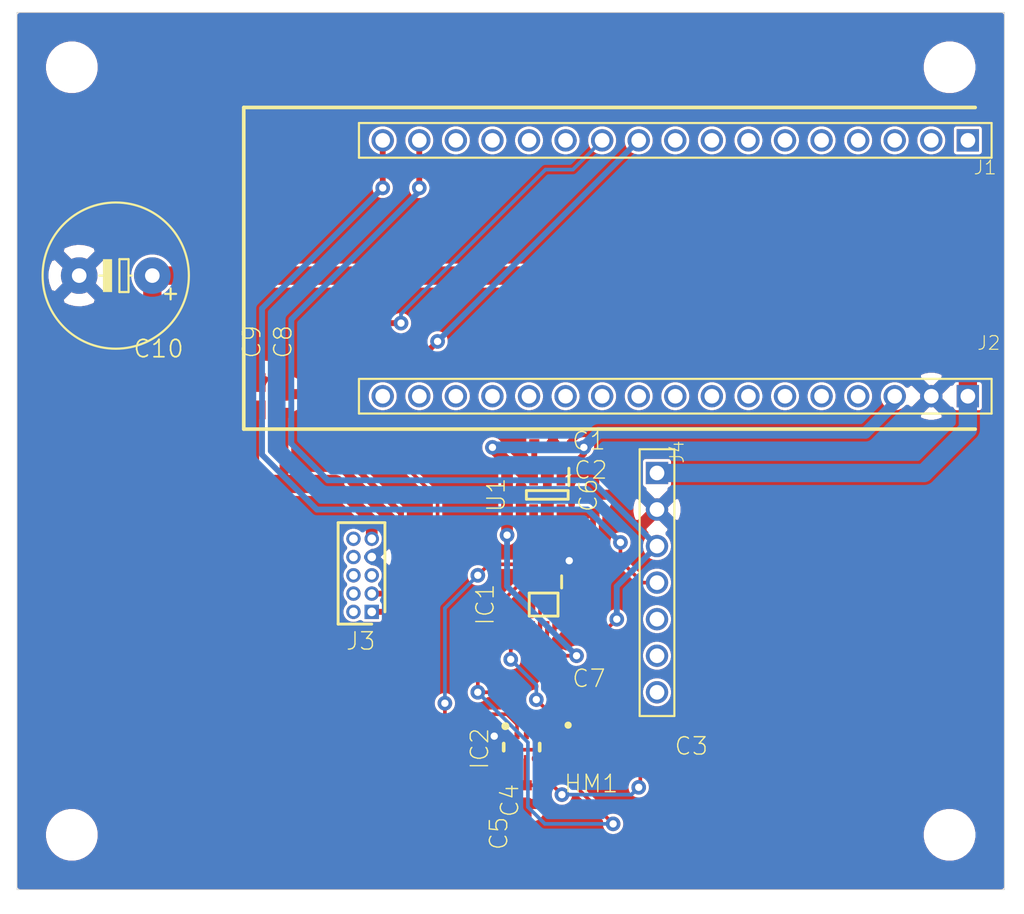
<source format=kicad_pcb>
(kicad_pcb (version 20171130) (host pcbnew 5.1.5)
  (layers (0 Top signal) (31 Bottom signal) (34 B.Paste user) (35 F.Paste user) (36 B.SilkS user) (37 F.SilkS user) (38 B.Mask user) (39 F.Mask user) (44 Edge.Cuts user))
  (net 0 "")
  (net 1 "Net-(J3-Pad10)")
  (net 2 /5V)
  (net 3 "Net-(J3-Pad8)")
  (net 4 /GND)
  (net 5 "Net-(J3-Pad6)")
  (net 6 "Net-(J3-Pad5)")
  (net 7 "Net-(J3-Pad4)")
  (net 8 /U1TXD)
  (net 9 "Net-(J3-Pad2)")
  (net 10 /U1RXD)
  (net 11 /1V8SCL)
  (net 12 /1V8)
  (net 13 /1V8SDA)
  (net 14 /3V3SCL)
  (net 15 /3V3)
  (net 16 /3V3SDA)
  (net 17 "Net-(U1-Pad4)")
  (net 18 /SCD30SEL)
  (net 19 /SCD30PWM)
  (net 20 /SCD30RDY)
  (net 21 "Net-(J2-Pad17)")
  (net 22 "Net-(J2-Pad16)")
  (net 23 "Net-(J2-Pad4)")
  (net 24 "Net-(J2-Pad5)")
  (net 25 "Net-(J2-Pad6)")
  (net 26 "Net-(J2-Pad7)")
  (net 27 "Net-(J2-Pad8)")
  (net 28 "Net-(J2-Pad9)")
  (net 29 "Net-(J2-Pad10)")
  (net 30 "Net-(J2-Pad11)")
  (net 31 "Net-(J2-Pad12)")
  (net 32 "Net-(J2-Pad13)")
  (net 33 "Net-(J2-Pad14)")
  (net 34 "Net-(J2-Pad15)")
  (net 35 "Net-(J1-Pad1)")
  (net 36 "Net-(J1-Pad2)")
  (net 37 "Net-(J1-Pad3)")
  (net 38 "Net-(J1-Pad4)")
  (net 39 "Net-(J1-Pad5)")
  (net 40 "Net-(J1-Pad6)")
  (net 41 "Net-(J1-Pad7)")
  (net 42 "Net-(J1-Pad8)")
  (net 43 "Net-(J1-Pad9)")
  (net 44 "Net-(J1-Pad12)")
  (net 45 "Net-(J1-Pad13)")
  (net 46 "Net-(J1-Pad14)")
  (net 47 "Net-(J1-Pad15)")
  (module "" (layer Top) (at 118.0211 131.6736)
    (fp_text reference @HOLE0 hide)
    (fp_text value "" (at 0 0) (layer F.SilkS) (effects (font (size 1.27 1.27))))
    (pad "" np_thru_hole circle (at 0 0) (size 3.2 3.2) (drill 3.2) (layers *.Cu *.Mask))
  )
  (module "" (layer Top) (at 178.9811 131.6736)
    (fp_text reference @HOLE1 hide)
    (fp_text value "" (at 0 0) (layer F.SilkS) (effects (font (size 1.27 1.27))))
    (pad "" np_thru_hole circle (at 0 0) (size 3.2 3.2) (drill 3.2) (layers *.Cu *.Mask))
  )
  (module "" (layer Top) (at 178.9811 78.3336)
    (fp_text reference @HOLE2 hide)
    (fp_text value "" (at 0 0) (layer F.SilkS) (effects (font (size 1.27 1.27))))
    (pad "" np_thru_hole circle (at 0 0) (size 3.2 3.2) (drill 3.2) (layers *.Cu *.Mask))
  )
  (module "" (layer Top) (at 118.0211 78.3336)
    (fp_text reference @HOLE3 hide)
    (fp_text value "" (at 0 0) (layer F.SilkS) (effects (font (size 1.27 1.27))))
    (pad "" np_thru_hole circle (at 0 0) (size 3.2 3.2) (drill 3.2) (layers *.Cu *.Mask))
  )
  (module board:SON80P245X245X90-7N (layer Top) (at 154.0891 125.5776)
    (fp_text reference HM1 (at 0 2.54) (layer F.SilkS) (effects (font (size 1.2065 1.2065) (thickness 0.09652))))
    (fp_text value SGP30-2.5K hide)
    (fp_circle (center -1.6 -1.525) (end -1.475 -1.525) (layer F.SilkS) (width 0.25))
    (pad 7 smd rect (at 0 0 90) (size 1.7 1.25) (layers Top F.Paste F.Mask) (net 4 /GND))
    (pad 6 smd rect (at 1.2 -0.8) (size 0.8 0.45) (layers Top F.Paste F.Mask) (net 11 /1V8SCL))
    (pad 5 smd rect (at 1.2 0) (size 0.8 0.45) (layers Top F.Paste F.Mask) (net 12 /1V8))
    (pad 4 smd rect (at 1.2 0.8) (size 0.8 0.45) (layers Top F.Paste F.Mask) (net 4 /GND))
    (pad 3 smd rect (at -1.2 0.8) (size 0.8 0.45) (layers Top F.Paste F.Mask) (net 13 /1V8SDA))
    (pad 2 smd rect (at -1.2 0) (size 0.8 0.45) (layers Top F.Paste F.Mask) (net 4 /GND))
    (pad 1 smd rect (at -1.2 -0.8) (size 0.8 0.45) (layers Top F.Paste F.Mask) (net 12 /1V8))
  )
  (module board:SOP50P310X90-8N (layer Top) (at 150.7871 115.6716 270)
    (fp_text reference IC1 (at 0 4.064 90) (layer F.SilkS) (effects (font (size 1.2065 1.2065) (thickness 0.09652))))
    (fp_text value TCA9406DCUR hide)
    (fp_line (start -2 -1.25) (end -1.15 -1.25) (layer F.SilkS) (width 0.2))
    (fp_line (start -0.8 1) (end -0.8 -1) (layer F.SilkS) (width 0.2))
    (fp_line (start 0.8 1) (end -0.8 1) (layer F.SilkS) (width 0.2))
    (fp_line (start 0.8 -1) (end 0.8 1) (layer F.SilkS) (width 0.2))
    (fp_line (start -0.8 -1) (end 0.8 -1) (layer F.SilkS) (width 0.2))
    (pad 8 smd rect (at 1.575 -0.75 270) (size 0.85 0.3) (layers Top F.Paste F.Mask) (net 14 /3V3SCL))
    (pad 7 smd rect (at 1.575 -0.25 270) (size 0.85 0.3) (layers Top F.Paste F.Mask) (net 15 /3V3))
    (pad 6 smd rect (at 1.575 0.25 270) (size 0.85 0.3) (layers Top F.Paste F.Mask) (net 12 /1V8))
    (pad 5 smd rect (at 1.575 0.75 270) (size 0.85 0.3) (layers Top F.Paste F.Mask) (net 11 /1V8SCL))
    (pad 4 smd rect (at -1.575 0.75 270) (size 0.85 0.3) (layers Top F.Paste F.Mask) (net 13 /1V8SDA))
    (pad 3 smd rect (at -1.575 0.25 270) (size 0.85 0.3) (layers Top F.Paste F.Mask) (net 12 /1V8))
    (pad 2 smd rect (at -1.575 -0.25 270) (size 0.85 0.3) (layers Top F.Paste F.Mask) (net 4 /GND))
    (pad 1 smd rect (at -1.575 -0.75 270) (size 0.85 0.3) (layers Top F.Paste F.Mask) (net 16 /3V3SDA))
  )
  (module board:8-PIN-METAL-LID-LGA_1 (layer Top) (at 149.2631 125.5776 90)
    (fp_text reference IC2 (at -0.112 -2.923 90) (layer F.SilkS) (effects (font (size 1.2065 1.2065) (thickness 0.09652))))
    (fp_text value BMP280 hide)
    (fp_circle (center 1.455 -1.134) (end 1.47695 -1.134) (layer F.SilkS) (width 0.254))
    (fp_line (start -0.25 1.25) (end 0.25 1.25) (layer F.SilkS) (width 0.254))
    (fp_line (start -0.25 -1.25) (end 0.25 -1.25) (layer F.SilkS) (width 0.254))
    (pad 8 smd rect (at -0.8 -0.975 90) (size 0.5 0.35) (layers Top F.Paste F.Mask) (net 12 /1V8))
    (pad 7 smd rect (at -0.8 -0.325 90) (size 0.5 0.35) (layers Top F.Paste F.Mask) (net 4 /GND))
    (pad 6 smd rect (at -0.8 0.325 90) (size 0.5 0.35) (layers Top F.Paste F.Mask) (net 12 /1V8))
    (pad 5 smd rect (at -0.8 0.975 90) (size 0.5 0.35) (layers Top F.Paste F.Mask) (net 4 /GND))
    (pad 4 smd rect (at 0.8 0.975 90) (size 0.5 0.35) (layers Top F.Paste F.Mask) (net 11 /1V8SCL))
    (pad 3 smd rect (at 0.8 0.325 90) (size 0.5 0.35) (layers Top F.Paste F.Mask) (net 13 /1V8SDA))
    (pad 2 smd rect (at 0.8 -0.325 90) (size 0.5 0.35) (layers Top F.Paste F.Mask) (net 12 /1V8))
    (pad 1 smd rect (at 0.8 -0.975 90) (size 0.5 0.35) (layers Top F.Paste F.Mask) (net 4 /GND))
  )
  (module board:SHDR10W40P127X127_2X5_675X310X (layer Top) (at 138.8491 116.1796 90)
    (fp_text reference J3 (at -2.032 -0.762) (layer F.SilkS) (effects (font (size 1.2065 1.2065) (thickness 0.09652))))
    (fp_text value M50-3000545 hide)
    (fp_line (start -0.85 -2.335) (end -0.85 0) (layer F.SilkS) (width 0.2))
    (fp_line (start 6.2 -2.335) (end -0.85 -2.335) (layer F.SilkS) (width 0.2))
    (fp_line (start 6.2 0.915) (end 6.2 -2.335) (layer F.SilkS) (width 0.2))
    (fp_line (start 0 0.915) (end 6.2 0.915) (layer F.SilkS) (width 0.2))
    (pad 10 thru_hole circle (at 5.08 -1.27 90) (size 1 1) (drill 0.6) (layers *.Cu *.Mask) (net 1 "Net-(J3-Pad10)"))
    (pad 9 thru_hole circle (at 5.08 0 90) (size 1 1) (drill 0.6) (layers *.Cu *.Mask) (net 2 /5V))
    (pad 8 thru_hole circle (at 3.81 -1.27 90) (size 1 1) (drill 0.6) (layers *.Cu *.Mask) (net 3 "Net-(J3-Pad8)"))
    (pad 7 thru_hole circle (at 3.81 0 90) (size 1 1) (drill 0.6) (layers *.Cu *.Mask) (net 4 /GND))
    (pad 6 thru_hole circle (at 2.54 -1.27 90) (size 1 1) (drill 0.6) (layers *.Cu *.Mask) (net 5 "Net-(J3-Pad6)"))
    (pad 5 thru_hole circle (at 2.54 0 90) (size 1 1) (drill 0.6) (layers *.Cu *.Mask) (net 6 "Net-(J3-Pad5)"))
    (pad 4 thru_hole circle (at 1.27 -1.27 90) (size 1 1) (drill 0.6) (layers *.Cu *.Mask) (net 7 "Net-(J3-Pad4)"))
    (pad 3 thru_hole circle (at 1.27 0 90) (size 1 1) (drill 0.6) (layers *.Cu *.Mask) (net 8 /U1TXD))
    (pad 2 thru_hole circle (at 0 -1.27 90) (size 1 1) (drill 0.6) (layers *.Cu *.Mask) (net 9 "Net-(J3-Pad2)"))
    (pad 1 thru_hole rect (at 0 0 90) (size 1 1) (drill 0.6) (layers *.Cu *.Mask) (net 10 /U1RXD))
  )
  (module board:SOT95P280X145-5N (layer Top) (at 151.0411 108.0516 270)
    (fp_text reference U1 (at 0 3.556 90) (layer F.SilkS) (effects (font (size 1.2065 1.2065) (thickness 0.09652))))
    (fp_text value MIC5225-1.8YM5 hide)
    (fp_line (start -1.85 -1.5) (end -0.65 -1.5) (layer F.SilkS) (width 0.2))
    (fp_line (start -0.3 1.45) (end -0.3 -1.45) (layer F.SilkS) (width 0.2))
    (fp_line (start 0.3 1.45) (end -0.3 1.45) (layer F.SilkS) (width 0.2))
    (fp_line (start 0.3 -1.45) (end 0.3 1.45) (layer F.SilkS) (width 0.2))
    (fp_line (start -0.3 -1.45) (end 0.3 -1.45) (layer F.SilkS) (width 0.2))
    (pad 5 smd rect (at 1.25 -0.95 270) (size 1.2 0.6) (layers Top F.Paste F.Mask) (net 12 /1V8))
    (pad 4 smd rect (at 1.25 0.95 270) (size 1.2 0.6) (layers Top F.Paste F.Mask) (net 17 "Net-(U1-Pad4)"))
    (pad 3 smd rect (at -1.25 0.95 270) (size 1.2 0.6) (layers Top F.Paste F.Mask) (net 15 /3V3))
    (pad 2 smd rect (at -1.25 0 270) (size 1.2 0.6) (layers Top F.Paste F.Mask) (net 4 /GND))
    (pad 1 smd rect (at -1.25 -0.95 270) (size 1.2 0.6) (layers Top F.Paste F.Mask) (net 15 /3V3))
  )
  (module board:C0402 (layer Top) (at 150.7871 104.6226)
    (fp_text reference C1 (at 1.905 0.381) (layer F.SilkS) (effects (font (size 1.2065 1.2065) (thickness 0.09652)) (justify left bottom)))
    (fp_text value "1uF 25V" hide)
    (pad 2 smd rect (at 0.65 0) (size 0.7 0.9) (layers Top F.Paste F.Mask) (net 4 /GND))
    (pad 1 smd rect (at -0.65 0) (size 0.7 0.9) (layers Top F.Paste F.Mask) (net 15 /3V3))
  )
  (module board:C0402 (layer Top) (at 154.2161 108.6866 90)
    (fp_text reference C2 (at 1.651 -1.397) (layer F.SilkS) (effects (font (size 1.2065 1.2065) (thickness 0.09652)) (justify left bottom)))
    (fp_text value "2.2uF 25V" hide)
    (pad 2 smd rect (at 0.65 0 90) (size 0.7 0.9) (layers Top F.Paste F.Mask) (net 4 /GND))
    (pad 1 smd rect (at -0.65 0 90) (size 0.7 0.9) (layers Top F.Paste F.Mask) (net 12 /1V8))
  )
  (module board:C0402 (layer Top) (at 158.1531 125.5776)
    (fp_text reference C3 (at 1.651 0.635) (layer F.SilkS) (effects (font (size 1.2065 1.2065) (thickness 0.09652)) (justify left bottom)))
    (fp_text value "0.1uF 25V" hide)
    (pad 2 smd rect (at 0.65 0) (size 0.7 0.9) (layers Top F.Paste F.Mask) (net 4 /GND))
    (pad 1 smd rect (at -0.65 0) (size 0.7 0.9) (layers Top F.Paste F.Mask) (net 12 /1V8))
  )
  (module board:C0402 (layer Top) (at 149.5171 128.8796 270)
    (fp_text reference C4 (at 1.651 0.381 90) (layer F.SilkS) (effects (font (size 1.2065 1.2065) (thickness 0.09652)) (justify left bottom)))
    (fp_text value "0.1uF 25V" hide)
    (pad 2 smd rect (at 0.65 0 270) (size 0.7 0.9) (layers Top F.Paste F.Mask) (net 4 /GND))
    (pad 1 smd rect (at -0.65 0 270) (size 0.7 0.9) (layers Top F.Paste F.Mask) (net 12 /1V8))
  )
  (module board:C0402 (layer Top) (at 147.9931 128.8796 270)
    (fp_text reference C5 (at 3.937 -0.381 90) (layer F.SilkS) (effects (font (size 1.2065 1.2065) (thickness 0.09652)) (justify left bottom)))
    (fp_text value "0.1uF 25V" hide)
    (pad 2 smd rect (at 0.65 0 270) (size 0.7 0.9) (layers Top F.Paste F.Mask) (net 4 /GND))
    (pad 1 smd rect (at -0.65 0 270) (size 0.7 0.9) (layers Top F.Paste F.Mask) (net 12 /1V8))
  )
  (module board:C0402 (layer Top) (at 154.2161 111.9886 90)
    (fp_text reference C6 (at 2.667 0.381 90) (layer F.SilkS) (effects (font (size 1.2065 1.2065) (thickness 0.09652)) (justify left bottom)))
    (fp_text value "0.1uF 25V" hide)
    (pad 2 smd rect (at 0.65 0 90) (size 0.7 0.9) (layers Top F.Paste F.Mask) (net 12 /1V8))
    (pad 1 smd rect (at -0.65 0 90) (size 0.7 0.9) (layers Top F.Paste F.Mask) (net 4 /GND))
  )
  (module board:C0402 (layer Top) (at 151.6761 119.9896 270)
    (fp_text reference C7 (at 1.524 -1.016) (layer F.SilkS) (effects (font (size 1.2065 1.2065) (thickness 0.09652)) (justify left bottom)))
    (fp_text value "0.1uF 25V" hide)
    (pad 2 smd rect (at 0.65 0 270) (size 0.7 0.9) (layers Top F.Paste F.Mask) (net 4 /GND))
    (pad 1 smd rect (at -0.65 0 270) (size 0.7 0.9) (layers Top F.Paste F.Mask) (net 15 /3V3))
  )
  (module board:C0402 (layer Top) (at 132.7531 101.7016 90)
    (fp_text reference C8 (at 3.048 0.635 90) (layer F.SilkS) (effects (font (size 1.2065 1.2065) (thickness 0.09652)) (justify left bottom)))
    (fp_text value "0.1uF 25V" hide)
    (pad 2 smd rect (at 0.65 0 90) (size 0.7 0.9) (layers Top F.Paste F.Mask) (net 4 /GND))
    (pad 1 smd rect (at -0.65 0 90) (size 0.7 0.9) (layers Top F.Paste F.Mask) (net 2 /5V))
  )
  (module board:C0805 (layer Top) (at 130.7211 101.1936 90)
    (fp_text reference C9 (at 2.54 0.508 90) (layer F.SilkS) (effects (font (size 1.2065 1.2065) (thickness 0.09652)) (justify left bottom)))
    (fp_text value "22uF 25V" hide)
    (pad 2 smd rect (at 0.95 0 90) (size 1.3 1.5) (layers Top F.Paste F.Mask) (net 4 /GND))
    (pad 1 smd rect (at -0.95 0 90) (size 1.3 1.5) (layers Top F.Paste F.Mask) (net 2 /5V))
  )
  (module board:E5-10,5 (layer Top) (at 121.0691 92.8116 180)
    (fp_text reference C10 (at -1.143 -5.7912) (layer F.SilkS) (effects (font (size 1.2065 1.2065) (thickness 0.12065)) (justify left bottom)))
    (fp_text value "220uF 35V" hide)
    (fp_poly (pts (xy 0.254 1.143) (xy 0.889 1.143) (xy 0.889 -1.143) (xy 0.254 -1.143)) (layer F.SilkS) (width 0))
    (fp_circle (center 0 0) (end 5.08 0) (layer F.SilkS) (width 0.1524))
    (fp_line (start -3.429 -1.27) (end -4.191 -1.27) (layer F.SilkS) (width 0.1524))
    (fp_line (start -3.81 -1.651) (end -3.81 -0.889) (layer F.SilkS) (width 0.1524))
    (fp_line (start 0.635 0) (end 1.143 0) (layer F.SilkS) (width 0.1524))
    (fp_line (start -0.889 -1.143) (end -0.889 0) (layer F.SilkS) (width 0.1524))
    (fp_line (start -0.254 -1.143) (end -0.889 -1.143) (layer F.SilkS) (width 0.1524))
    (fp_line (start -0.254 1.143) (end -0.254 -1.143) (layer F.SilkS) (width 0.1524))
    (fp_line (start -0.889 1.143) (end -0.254 1.143) (layer F.SilkS) (width 0.1524))
    (fp_line (start -0.889 0) (end -0.889 1.143) (layer F.SilkS) (width 0.1524))
    (fp_line (start -1.143 0) (end -0.889 0) (layer F.SilkS) (width 0.1524))
    (pad - thru_hole circle (at 2.54 0 180) (size 2.54 2.54) (drill 1.016) (layers *.Cu *.Mask) (net 4 /GND))
    (pad + thru_hole circle (at -2.54 0 180) (size 2.54 2.54) (drill 1.016) (layers *.Cu *.Mask) (net 2 /5V))
  )
  (module board:SAMTEC_SSQ-107-01-T-S_0 (layer Top) (at 158.6611 106.5276 270)
    (fp_text reference J4 (at -0.589 -1.938 90) (layer F.SilkS) (effects (font (size 0.95 0.95) (thickness 0.076)) (justify left bottom)))
    (fp_text value SAMTEC_SSQ-107-01-T-SSAMTEC_SSQ-107-01-T-S_0_0 hide)
    (fp_line (start -1.65 1.205) (end -1.65 -1.205) (layer F.SilkS) (width 0.15))
    (fp_line (start -1.65 1.205) (end 16.89 1.205) (layer F.SilkS) (width 0.15))
    (fp_line (start -1.65 -1.205) (end 16.89 -1.205) (layer F.SilkS) (width 0.15))
    (fp_line (start 16.89 1.205) (end 16.89 -1.205) (layer F.SilkS) (width 0.15))
    (pad 7 thru_hole circle (at 15.24 0 270) (size 1.55 1.55) (drill 1.02) (layers *.Cu *.Mask) (net 18 /SCD30SEL))
    (pad 6 thru_hole circle (at 12.7 0 270) (size 1.55 1.55) (drill 1.02) (layers *.Cu *.Mask) (net 19 /SCD30PWM))
    (pad 5 thru_hole circle (at 10.16 0 270) (size 1.55 1.55) (drill 1.02) (layers *.Cu *.Mask) (net 20 /SCD30RDY))
    (pad 4 thru_hole circle (at 7.62 0 270) (size 1.55 1.55) (drill 1.02) (layers *.Cu *.Mask) (net 16 /3V3SDA))
    (pad 3 thru_hole circle (at 5.08 0 270) (size 1.55 1.55) (drill 1.02) (layers *.Cu *.Mask) (net 14 /3V3SCL))
    (pad 2 thru_hole circle (at 2.54 0 270) (size 1.55 1.55) (drill 1.02) (layers *.Cu *.Mask) (net 4 /GND))
    (pad 1 thru_hole rect (at 0 0 270) (size 1.55 1.55) (drill 1.02) (layers *.Cu *.Mask) (net 2 /5V))
  )
  (module board:SAMTEC_SSQ-117-01-T-S_0 (layer Top) (at 180.2511 101.1936 180)
    (fp_text reference J2 (at -0.589 3.142) (layer F.SilkS) (effects (font (size 0.95 0.95) (thickness 0.076)) (justify left bottom)))
    (fp_text value SAMTEC_SSQ-117-01-T-SSAMTEC_SSQ-117-01-T-S_0_0 hide)
    (fp_line (start -1.65 1.205) (end -1.65 -1.205) (layer F.SilkS) (width 0.15))
    (fp_line (start 42.29 1.205) (end 42.29 -1.205) (layer F.SilkS) (width 0.15))
    (fp_line (start -1.65 1.205) (end 42.29 1.205) (layer F.SilkS) (width 0.15))
    (fp_line (start -1.65 -1.205) (end 42.29 -1.205) (layer F.SilkS) (width 0.15))
    (pad 17 thru_hole circle (at 40.64 0 180) (size 1.55 1.55) (drill 1.02) (layers *.Cu *.Mask) (net 21 "Net-(J2-Pad17)"))
    (pad 16 thru_hole circle (at 38.1 0 180) (size 1.55 1.55) (drill 1.02) (layers *.Cu *.Mask) (net 22 "Net-(J2-Pad16)"))
    (pad 1 thru_hole rect (at 0 0 180) (size 1.55 1.55) (drill 1.02) (layers *.Cu *.Mask) (net 2 /5V))
    (pad 2 thru_hole circle (at 2.54 0 180) (size 1.55 1.55) (drill 1.02) (layers *.Cu *.Mask) (net 4 /GND))
    (pad 3 thru_hole circle (at 5.08 0 180) (size 1.55 1.55) (drill 1.02) (layers *.Cu *.Mask) (net 15 /3V3))
    (pad 4 thru_hole circle (at 7.62 0 180) (size 1.55 1.55) (drill 1.02) (layers *.Cu *.Mask) (net 23 "Net-(J2-Pad4)"))
    (pad 5 thru_hole circle (at 10.16 0 180) (size 1.55 1.55) (drill 1.02) (layers *.Cu *.Mask) (net 24 "Net-(J2-Pad5)"))
    (pad 6 thru_hole circle (at 12.7 0 180) (size 1.55 1.55) (drill 1.02) (layers *.Cu *.Mask) (net 25 "Net-(J2-Pad6)"))
    (pad 7 thru_hole circle (at 15.24 0 180) (size 1.55 1.55) (drill 1.02) (layers *.Cu *.Mask) (net 26 "Net-(J2-Pad7)"))
    (pad 8 thru_hole circle (at 17.78 0 180) (size 1.55 1.55) (drill 1.02) (layers *.Cu *.Mask) (net 27 "Net-(J2-Pad8)"))
    (pad 9 thru_hole circle (at 20.32 0 180) (size 1.55 1.55) (drill 1.02) (layers *.Cu *.Mask) (net 28 "Net-(J2-Pad9)"))
    (pad 10 thru_hole circle (at 22.86 0 180) (size 1.55 1.55) (drill 1.02) (layers *.Cu *.Mask) (net 29 "Net-(J2-Pad10)"))
    (pad 11 thru_hole circle (at 25.4 0 180) (size 1.55 1.55) (drill 1.02) (layers *.Cu *.Mask) (net 30 "Net-(J2-Pad11)"))
    (pad 12 thru_hole circle (at 27.94 0 180) (size 1.55 1.55) (drill 1.02) (layers *.Cu *.Mask) (net 31 "Net-(J2-Pad12)"))
    (pad 13 thru_hole circle (at 30.48 0 180) (size 1.55 1.55) (drill 1.02) (layers *.Cu *.Mask) (net 32 "Net-(J2-Pad13)"))
    (pad 14 thru_hole circle (at 33.02 0 180) (size 1.55 1.55) (drill 1.02) (layers *.Cu *.Mask) (net 33 "Net-(J2-Pad14)"))
    (pad 15 thru_hole circle (at 35.56 0 180) (size 1.55 1.55) (drill 1.02) (layers *.Cu *.Mask) (net 34 "Net-(J2-Pad15)"))
  )
  (module board:SAMTEC_SSQ-117-01-T-S_0 (layer Top) (at 180.2511 83.4136 180)
    (fp_text reference J1 (at -0.335 -2.446) (layer F.SilkS) (effects (font (size 0.95 0.95) (thickness 0.076)) (justify left bottom)))
    (fp_text value SAMTEC_SSQ-117-01-T-SSAMTEC_SSQ-117-01-T-S_0_0 hide)
    (fp_line (start -1.65 1.205) (end -1.65 -1.205) (layer F.SilkS) (width 0.15))
    (fp_line (start 42.29 1.205) (end 42.29 -1.205) (layer F.SilkS) (width 0.15))
    (fp_line (start -1.65 1.205) (end 42.29 1.205) (layer F.SilkS) (width 0.15))
    (fp_line (start -1.65 -1.205) (end 42.29 -1.205) (layer F.SilkS) (width 0.15))
    (pad 17 thru_hole circle (at 40.64 0 180) (size 1.55 1.55) (drill 1.02) (layers *.Cu *.Mask) (net 16 /3V3SDA))
    (pad 16 thru_hole circle (at 38.1 0 180) (size 1.55 1.55) (drill 1.02) (layers *.Cu *.Mask) (net 14 /3V3SCL))
    (pad 1 thru_hole rect (at 0 0 180) (size 1.55 1.55) (drill 1.02) (layers *.Cu *.Mask) (net 35 "Net-(J1-Pad1)"))
    (pad 2 thru_hole circle (at 2.54 0 180) (size 1.55 1.55) (drill 1.02) (layers *.Cu *.Mask) (net 36 "Net-(J1-Pad2)"))
    (pad 3 thru_hole circle (at 5.08 0 180) (size 1.55 1.55) (drill 1.02) (layers *.Cu *.Mask) (net 37 "Net-(J1-Pad3)"))
    (pad 4 thru_hole circle (at 7.62 0 180) (size 1.55 1.55) (drill 1.02) (layers *.Cu *.Mask) (net 38 "Net-(J1-Pad4)"))
    (pad 5 thru_hole circle (at 10.16 0 180) (size 1.55 1.55) (drill 1.02) (layers *.Cu *.Mask) (net 39 "Net-(J1-Pad5)"))
    (pad 6 thru_hole circle (at 12.7 0 180) (size 1.55 1.55) (drill 1.02) (layers *.Cu *.Mask) (net 40 "Net-(J1-Pad6)"))
    (pad 7 thru_hole circle (at 15.24 0 180) (size 1.55 1.55) (drill 1.02) (layers *.Cu *.Mask) (net 41 "Net-(J1-Pad7)"))
    (pad 8 thru_hole circle (at 17.78 0 180) (size 1.55 1.55) (drill 1.02) (layers *.Cu *.Mask) (net 42 "Net-(J1-Pad8)"))
    (pad 9 thru_hole circle (at 20.32 0 180) (size 1.55 1.55) (drill 1.02) (layers *.Cu *.Mask) (net 43 "Net-(J1-Pad9)"))
    (pad 10 thru_hole circle (at 22.86 0 180) (size 1.55 1.55) (drill 1.02) (layers *.Cu *.Mask) (net 10 /U1RXD))
    (pad 11 thru_hole circle (at 25.4 0 180) (size 1.55 1.55) (drill 1.02) (layers *.Cu *.Mask) (net 8 /U1TXD))
    (pad 12 thru_hole circle (at 27.94 0 180) (size 1.55 1.55) (drill 1.02) (layers *.Cu *.Mask) (net 44 "Net-(J1-Pad12)"))
    (pad 13 thru_hole circle (at 30.48 0 180) (size 1.55 1.55) (drill 1.02) (layers *.Cu *.Mask) (net 45 "Net-(J1-Pad13)"))
    (pad 14 thru_hole circle (at 33.02 0 180) (size 1.55 1.55) (drill 1.02) (layers *.Cu *.Mask) (net 46 "Net-(J1-Pad14)"))
    (pad 15 thru_hole circle (at 35.56 0 180) (size 1.55 1.55) (drill 1.02) (layers *.Cu *.Mask) (net 47 "Net-(J1-Pad15)"))
  )
  (gr_line (start 114.2111 135.4836) (end 182.7911 135.4836) (layer Edge.Cuts) (width 0.05))
  (gr_line (start 182.7911 135.4836) (end 182.7911 74.5236) (layer Edge.Cuts) (width 0.05))
  (gr_line (start 182.7911 74.5236) (end 114.2111 74.5236) (layer Edge.Cuts) (width 0.05))
  (gr_line (start 114.2111 74.5236) (end 114.2111 135.4836) (layer Edge.Cuts) (width 0.05))
  (gr_line (start 180.7591 81.1276) (end 129.9591 81.1276) (layer F.SilkS) (width 0.254))
  (gr_line (start 129.9591 81.1276) (end 129.9591 103.4796) (layer F.SilkS) (width 0.254))
  (gr_line (start 129.9591 103.4796) (end 180.7591 103.4796) (layer F.SilkS) (width 0.254))
  (via (at 147.2311 104.7496) (size 1.016) (drill 0.508) (layers Top Bottom) (net 15))
  (segment (start 150.1371 104.6226) (end 150.1371 106.7556) (width 0.4064) (layer Top) (net 15))
  (segment (start 150.1371 106.7556) (end 150.1371 106.7556) (width 0.4064) (layer Top) (net 15))
  (segment (start 150.1371 106.7556) (end 150.0911 106.8016) (width 0.4064) (layer Top) (net 15))
  (via (at 153.5811 104.7496) (size 1.016) (drill 0.508) (layers Top Bottom) (net 15))
  (via (at 148.2471 110.8456) (size 1.016) (drill 0.508) (layers Top Bottom) (net 15))
  (via (at 153.0731 119.2276) (size 1.016) (drill 0.508) (layers Top Bottom) (net 15))
  (segment (start 151.6761 119.3396) (end 151.6761 119.3396) (width 0.254) (layer Top) (net 15))
  (segment (start 151.6761 119.3396) (end 151.7881 119.2276) (width 0.254) (layer Top) (net 15))
  (segment (start 151.7881 119.2276) (end 153.0731 119.2276) (width 0.254) (layer Top) (net 15))
  (segment (start 148.2471 110.8456) (end 148.2471 114.4016) (width 0.4064) (layer Bottom) (net 15))
  (segment (start 148.2471 114.4016) (end 153.0731 119.2276) (width 0.4064) (layer Bottom) (net 15))
  (segment (start 153.5811 104.7496) (end 154.5971 103.7336) (width 0.8128) (layer Bottom) (net 15))
  (segment (start 153.5811 104.7496) (end 147.2311 104.7496) (width 0.8128) (layer Bottom) (net 15))
  (segment (start 147.2311 104.7496) (end 148.2471 105.7656) (width 0.8128) (layer Top) (net 15))
  (segment (start 148.2471 105.7656) (end 148.2471 110.8456) (width 0.8128) (layer Top) (net 15))
  (segment (start 148.2471 105.7656) (end 149.2831 106.8016) (width 0.4064) (layer Top) (net 15))
  (segment (start 149.2831 106.8016) (end 150.0911 106.8016) (width 0.4064) (layer Top) (net 15))
  (segment (start 151.9911 106.8016) (end 153.5811 105.2116) (width 0.4064) (layer Top) (net 15))
  (segment (start 153.5811 105.2116) (end 153.5811 104.7496) (width 0.4064) (layer Top) (net 15))
  (segment (start 151.0371 117.2466) (end 151.0371 118.7006) (width 0.254) (layer Top) (net 15))
  (segment (start 151.0371 118.7006) (end 151.6761 119.3396) (width 0.254) (layer Top) (net 15))
  (segment (start 173.1391 103.7336) (end 175.1711 101.7016) (width 0.8128) (layer Bottom) (net 15))
  (segment (start 175.1711 101.7016) (end 175.1711 101.1936) (width 0.8128) (layer Bottom) (net 15))
  (segment (start 154.5971 103.7336) (end 173.1391 103.7336) (width 0.8128) (layer Bottom) (net 15))
  (segment (start 126.1491 107.2896) (end 130.7211 107.2896) (width 1.27) (layer Top) (net 2))
  (segment (start 130.7211 107.2896) (end 132.7531 107.2896) (width 1.27) (layer Top) (net 2))
  (segment (start 132.7531 107.2896) (end 136.3091 107.2896) (width 1.27) (layer Top) (net 2))
  (segment (start 138.8491 109.8296) (end 138.8491 111.0996) (width 0.8128) (layer Top) (net 2))
  (segment (start 130.7211 102.1436) (end 130.7211 107.2896) (width 0.6096) (layer Top) (net 2))
  (segment (start 132.7531 102.3516) (end 132.7531 107.2896) (width 0.6096) (layer Top) (net 2))
  (segment (start 180.2511 101.1936) (end 180.2511 103.4796) (width 1.27) (layer Bottom) (net 2))
  (segment (start 180.2511 103.4796) (end 177.2031 106.5276) (width 1.27) (layer Bottom) (net 2))
  (segment (start 177.2031 106.5276) (end 158.6611 106.5276) (width 1.27) (layer Bottom) (net 2))
  (segment (start 180.2511 101.1936) (end 180.2511 96.8756) (width 1.27) (layer Top) (net 2))
  (segment (start 180.2511 96.8756) (end 176.1871 92.8116) (width 1.27) (layer Top) (net 2))
  (segment (start 176.1871 92.8116) (end 123.6091 92.8116) (width 1.27) (layer Top) (net 2))
  (segment (start 123.6091 92.8116) (end 123.6091 104.7496) (width 1.27) (layer Top) (net 2))
  (segment (start 123.6091 104.7496) (end 126.1491 107.2896) (width 1.27) (layer Top) (net 2))
  (segment (start 136.3091 107.2896) (end 138.8491 109.8296) (width 0.8128) (layer Top) (net 2))
  (segment (start 155.2891 126.3776) (end 154.8891 126.3776) (width 0.4064) (layer Top) (net 4))
  (segment (start 154.8891 126.3776) (end 154.0891 125.5776) (width 0.4064) (layer Top) (net 4))
  (segment (start 152.8891 125.5776) (end 154.0891 125.5776) (width 0.4064) (layer Top) (net 4))
  (segment (start 148.2881 124.7776) (end 148.2881 125.1106) (width 0.254) (layer Top) (net 4))
  (segment (start 148.9381 126.3776) (end 148.9381 125.7606) (width 0.254) (layer Top) (net 4))
  (segment (start 148.2881 125.1106) (end 148.9381 125.7606) (width 0.254) (layer Top) (net 4))
  (segment (start 148.9381 125.7606) (end 150.2081 125.7606) (width 0.254) (layer Top) (net 4))
  (segment (start 150.2081 125.7606) (end 150.2791 125.8316) (width 0.254) (layer Top) (net 4))
  (segment (start 150.2791 125.8316) (end 150.2791 126.3366) (width 0.254) (layer Top) (net 4))
  (segment (start 150.2791 126.3366) (end 150.2381 126.3776) (width 0.254) (layer Top) (net 4))
  (segment (start 148.2881 124.7776) (end 148.2501 124.8156) (width 0.254) (layer Top) (net 4))
  (segment (start 148.2501 124.8156) (end 147.3581 124.8156) (width 0.254) (layer Top) (net 4))
  (via (at 147.3581 124.8156) (size 1.016) (drill 0.508) (layers Top Bottom) (net 4))
  (via (at 152.5651 112.6236) (size 1.016) (drill 0.508) (layers Top Bottom) (net 4))
  (segment (start 151.968125 112.6236) (end 151.0371 113.554625) (width 0.254) (layer Top) (net 4))
  (segment (start 151.968125 112.6236) (end 152.5651 112.6236) (width 0.254) (layer Top) (net 4))
  (segment (start 151.0371 114.0966) (end 151.0371 113.554625) (width 0.254) (layer Top) (net 4))
  (segment (start 152.5651 112.6236) (end 154.2011 112.6236) (width 0.254) (layer Top) (net 4))
  (segment (start 154.2011 112.6236) (end 154.2161 112.6386) (width 0.254) (layer Top) (net 4))
  (segment (start 151.5371 114.0966) (end 154.6481 114.0966) (width 0.254) (layer Top) (net 16))
  (segment (start 131.2291 95.0976) (end 139.6111 86.7156) (width 0.4064) (layer Bottom) (net 16))
  (segment (start 131.2291 95.0976) (end 131.2291 105.2576) (width 0.4064) (layer Bottom) (net 16))
  (segment (start 131.2291 105.2576) (end 135.0391 109.0676) (width 0.4064) (layer Bottom) (net 16))
  (segment (start 153.8351 109.0676) (end 156.1211 111.3536) (width 0.4064) (layer Bottom) (net 16))
  (via (at 156.1211 111.3536) (size 1.016) (drill 0.508) (layers Top Bottom) (net 16))
  (segment (start 135.0391 109.0676) (end 153.8351 109.0676) (width 0.4064) (layer Bottom) (net 16))
  (segment (start 154.6481 114.0966) (end 156.1211 112.6236) (width 0.254) (layer Top) (net 16))
  (segment (start 156.1211 112.6236) (end 156.1211 111.3536) (width 0.254) (layer Top) (net 16))
  (segment (start 158.6611 114.1476) (end 157.6451 114.1476) (width 0.254) (layer Top) (net 16))
  (segment (start 157.6451 114.1476) (end 156.1211 112.6236) (width 0.254) (layer Top) (net 16))
  (segment (start 139.6111 83.4136) (end 139.6111 86.7156) (width 0.4064) (layer Top) (net 16))
  (via (at 139.6111 86.7156) (size 1.016) (drill 0.508) (layers Top Bottom) (net 16))
  (via (at 155.8671 116.6876) (size 1.016) (drill 0.508) (layers Top Bottom) (net 14))
  (segment (start 142.1511 86.9696) (end 133.2611 95.8596) (width 0.4064) (layer Bottom) (net 14))
  (segment (start 133.2611 95.8596) (end 133.2611 104.4956) (width 0.4064) (layer Bottom) (net 14))
  (segment (start 154.0891 107.0356) (end 158.6611 111.6076) (width 0.4064) (layer Bottom) (net 14))
  (segment (start 133.2611 104.4956) (end 135.8011 107.0356) (width 0.4064) (layer Bottom) (net 14))
  (segment (start 135.8011 107.0356) (end 154.0891 107.0356) (width 0.4064) (layer Bottom) (net 14))
  (segment (start 158.6611 111.6076) (end 155.8671 114.4016) (width 0.4064) (layer Bottom) (net 14))
  (segment (start 155.8671 114.4016) (end 155.8671 116.6876) (width 0.4064) (layer Bottom) (net 14))
  (segment (start 155.8671 116.6876) (end 155.3081 117.2466) (width 0.254) (layer Top) (net 14))
  (segment (start 155.3081 117.2466) (end 151.5371 117.2466) (width 0.254) (layer Top) (net 14))
  (segment (start 142.1511 83.4136) (end 142.1511 86.7156) (width 0.4064) (layer Top) (net 14))
  (via (at 142.1511 86.7156) (size 1.016) (drill 0.508) (layers Top Bottom) (net 14))
  (segment (start 142.1511 86.7156) (end 142.1511 86.9696) (width 0.4064) (layer Bottom) (net 14))
  (segment (start 157.3911 83.4136) (end 143.4211 97.3836) (width 0.4064) (layer Bottom) (net 10))
  (via (at 143.4211 97.3836) (size 1.016) (drill 0.508) (layers Top Bottom) (net 10))
  (segment (start 143.4211 97.3836) (end 141.8971 98.9076) (width 0.4064) (layer Top) (net 10))
  (segment (start 143.4211 109.8296) (end 143.4211 115.2906) (width 0.4064) (layer Top) (net 10))
  (segment (start 143.4211 115.2906) (end 142.5321 116.1796) (width 0.4064) (layer Top) (net 10))
  (segment (start 142.5321 116.1796) (end 138.8491 116.1796) (width 0.4064) (layer Top) (net 10))
  (segment (start 141.8971 98.9076) (end 138.4681 98.9076) (width 0.254) (layer Top) (net 10))
  (segment (start 138.4681 98.9076) (end 137.7061 99.6696) (width 0.254) (layer Top) (net 10))
  (segment (start 137.7061 102.5906) (end 143.4211 108.3056) (width 0.254) (layer Top) (net 10))
  (segment (start 143.4211 108.3056) (end 143.4211 109.8296) (width 0.254) (layer Top) (net 10))
  (segment (start 137.7061 99.6696) (end 137.7061 102.5906) (width 0.254) (layer Top) (net 10))
  (via (at 140.8811 96.1136) (size 1.016) (drill 0.508) (layers Top Bottom) (net 8))
  (segment (start 140.8811 96.1136) (end 136.5631 96.1136) (width 0.4064) (layer Top) (net 8))
  (segment (start 136.5631 96.1136) (end 135.6741 97.0026) (width 0.4064) (layer Top) (net 8))
  (segment (start 135.6741 97.0026) (end 135.6741 104.1146) (width 0.4064) (layer Top) (net 8))
  (segment (start 140.8811 109.3216) (end 140.8811 113.8936) (width 0.4064) (layer Top) (net 8))
  (segment (start 140.8811 113.8936) (end 139.8651 114.9096) (width 0.4064) (layer Top) (net 8))
  (segment (start 139.8651 114.9096) (end 138.8491 114.9096) (width 0.4064) (layer Top) (net 8))
  (segment (start 135.6741 104.1146) (end 140.8811 109.3216) (width 0.4064) (layer Top) (net 8))
  (segment (start 154.8511 83.4136) (end 152.8191 85.4456) (width 0.254) (layer Bottom) (net 8))
  (segment (start 152.8191 85.4456) (end 150.9141 85.4456) (width 0.254) (layer Bottom) (net 8))
  (segment (start 150.9141 85.4456) (end 140.8811 95.4786) (width 0.254) (layer Bottom) (net 8))
  (segment (start 140.8811 95.4786) (end 140.8811 96.1136) (width 0.254) (layer Bottom) (net 8))
  (segment (start 150.5371 114.0966) (end 150.5371 117.2466) (width 0.254) (layer Top) (net 12))
  (segment (start 151.9911 109.3016) (end 151.9911 109.3016) (width 0.4064) (layer Top) (net 12))
  (segment (start 151.9911 109.3016) (end 152.0421 109.3526) (width 0.4064) (layer Top) (net 12))
  (segment (start 152.0421 109.3526) (end 154.2161 109.3366) (width 0.4064) (layer Top) (net 12))
  (segment (start 154.2161 109.3366) (end 154.2161 111.3386) (width 0.4064) (layer Top) (net 12))
  (segment (start 148.9381 124.7776) (end 148.9381 123.9826) (width 0.254) (layer Top) (net 12))
  (segment (start 148.2471 123.2916) (end 148.9381 123.9826) (width 0.254) (layer Top) (net 12))
  (segment (start 150.5371 114.0966) (end 150.5371 112.8736) (width 0.254) (layer Top) (net 12))
  (segment (start 152.0721 111.3386) (end 154.2161 111.3386) (width 0.254) (layer Top) (net 12))
  (segment (start 150.5371 112.8736) (end 152.0721 111.3386) (width 0.254) (layer Top) (net 12))
  (segment (start 157.5031 125.5776) (end 155.2891 125.5776) (width 0.254) (layer Top) (net 12))
  (segment (start 147.9931 128.2296) (end 149.5171 128.2296) (width 0.254) (layer Top) (net 12))
  (segment (start 149.5171 128.2296) (end 149.5171 126.4486) (width 0.254) (layer Top) (net 12))
  (segment (start 149.5171 126.4486) (end 149.5881 126.3776) (width 0.254) (layer Top) (net 12))
  (segment (start 147.9931 128.2296) (end 147.9931 127.3556) (width 0.254) (layer Top) (net 12))
  (segment (start 147.9931 127.3556) (end 147.9931 126.6726) (width 0.254) (layer Top) (net 12))
  (segment (start 147.9931 126.6726) (end 148.2881 126.3776) (width 0.254) (layer Top) (net 12))
  (segment (start 147.9931 127.3556) (end 146.0881 125.4506) (width 0.254) (layer Top) (net 12))
  (segment (start 146.0881 125.4506) (end 146.0881 124.3076) (width 0.254) (layer Top) (net 12))
  (segment (start 146.0881 124.3076) (end 147.1041 123.2916) (width 0.254) (layer Top) (net 12))
  (segment (start 147.1041 123.2916) (end 148.2471 123.2916) (width 0.254) (layer Top) (net 12))
  (segment (start 149.5171 128.2296) (end 150.6751 128.2296) (width 0.254) (layer Top) (net 12))
  (segment (start 150.6751 128.2296) (end 151.2951 127.6096) (width 0.254) (layer Top) (net 12))
  (segment (start 151.2951 127.6096) (end 151.2951 125.5776) (width 0.254) (layer Top) (net 12))
  (segment (start 151.2951 125.5776) (end 152.0951 124.7776) (width 0.254) (layer Top) (net 12))
  (segment (start 152.0951 124.7776) (end 152.8891 124.7776) (width 0.254) (layer Top) (net 12))
  (segment (start 150.6751 128.2296) (end 151.4071 128.2296) (width 0.254) (layer Top) (net 12))
  (segment (start 151.4071 128.2296) (end 152.0571 128.8796) (width 0.254) (layer Top) (net 12))
  (via (at 152.0571 128.8796) (size 1.016) (drill 0.508) (layers Top Bottom) (net 12))
  (segment (start 152.0571 128.8796) (end 156.8831 128.8796) (width 0.254) (layer Bottom) (net 12))
  (segment (start 156.8831 128.8796) (end 157.3911 128.3716) (width 0.254) (layer Bottom) (net 12))
  (via (at 157.3911 128.3716) (size 1.016) (drill 0.508) (layers Top Bottom) (net 12))
  (segment (start 157.3911 128.3716) (end 157.5031 128.2596) (width 0.254) (layer Top) (net 12))
  (segment (start 157.5031 128.2596) (end 157.5031 125.5776) (width 0.254) (layer Top) (net 12))
  (segment (start 150.5371 112.8736) (end 146.9811 112.8736) (width 0.254) (layer Top) (net 12))
  (segment (start 146.9811 112.8736) (end 146.2151 113.6396) (width 0.254) (layer Top) (net 12))
  (via (at 146.2151 113.6396) (size 1.016) (drill 0.508) (layers Top Bottom) (net 12))
  (segment (start 146.2151 113.6396) (end 143.9291 115.9256) (width 0.254) (layer Bottom) (net 12))
  (via (at 143.9291 122.5296) (size 1.016) (drill 0.508) (layers Top Bottom) (net 12))
  (segment (start 143.9291 115.9256) (end 143.9291 122.5296) (width 0.254) (layer Bottom) (net 12))
  (segment (start 143.9291 122.5296) (end 143.9291 123.2916) (width 0.254) (layer Top) (net 12))
  (segment (start 143.9291 123.2916) (end 146.0881 125.4506) (width 0.254) (layer Top) (net 12))
  (segment (start 150.0371 114.0966) (end 149.2631 114.0966) (width 0.254) (layer Top) (net 13))
  (segment (start 152.8891 126.3776) (end 152.8891 128.1876) (width 0.254) (layer Top) (net 13))
  (segment (start 152.8891 128.1876) (end 155.6131 130.9116) (width 0.254) (layer Top) (net 13))
  (via (at 155.6131 130.9116) (size 1.016) (drill 0.508) (layers Top Bottom) (net 13))
  (via (at 146.2151 121.7676) (size 1.016) (drill 0.508) (layers Top Bottom) (net 13))
  (segment (start 150.8717 130.9116) (end 149.6949 129.7348) (width 0.254) (layer Bottom) (net 13))
  (segment (start 149.6949 125.2474) (end 146.2151 121.7676) (width 0.254) (layer Bottom) (net 13))
  (segment (start 149.6949 129.7348) (end 149.6949 125.2474) (width 0.254) (layer Bottom) (net 13))
  (segment (start 155.6131 130.9116) (end 150.8717 130.9116) (width 0.254) (layer Bottom) (net 13))
  (segment (start 146.2151 117.1446) (end 146.2151 121.7676) (width 0.254) (layer Top) (net 13))
  (segment (start 149.2631 114.0966) (end 146.2151 117.1446) (width 0.254) (layer Top) (net 13))
  (segment (start 146.2151 121.7676) (end 147.9931 121.7676) (width 0.254) (layer Top) (net 13))
  (segment (start 149.5881 123.3626) (end 149.5881 124.7776) (width 0.254) (layer Top) (net 13))
  (segment (start 147.9931 121.7676) (end 149.5881 123.3626) (width 0.254) (layer Top) (net 13))
  (segment (start 150.2381 124.7776) (end 150.2381 123.8406) (width 0.254) (layer Top) (net 11))
  (segment (start 151.0411 123.0376) (end 150.2381 123.8406) (width 0.254) (layer Top) (net 11))
  (segment (start 155.2891 124.7776) (end 155.3591 124.7076) (width 0.254) (layer Top) (net 11))
  (segment (start 155.3591 124.7076) (end 155.3591 123.7996) (width 0.254) (layer Top) (net 11))
  (segment (start 155.3591 123.7996) (end 154.5971 123.0376) (width 0.254) (layer Top) (net 11))
  (segment (start 154.5971 123.0376) (end 151.0411 123.0376) (width 0.254) (layer Top) (net 11))
  (segment (start 150.0371 117.2466) (end 148.5011 118.7826) (width 0.254) (layer Top) (net 11))
  (segment (start 148.5011 118.7826) (end 148.5011 119.4816) (width 0.254) (layer Top) (net 11))
  (via (at 148.5011 119.4816) (size 1.016) (drill 0.508) (layers Top Bottom) (net 11))
  (segment (start 148.5011 119.4816) (end 150.2791 121.2596) (width 0.254) (layer Bottom) (net 11))
  (segment (start 150.2791 121.2596) (end 150.2791 122.2756) (width 0.254) (layer Bottom) (net 11))
  (via (at 150.2791 122.2756) (size 1.016) (drill 0.508) (layers Top Bottom) (net 11))
  (segment (start 150.2791 122.2756) (end 151.0411 123.0376) (width 0.254) (layer Top) (net 11))
  (zone (net 4) (net_name /GND) (layer Top) (priority 6) (connect_pads (clearance 0.000001)) (min_thickness 0.4064) (fill yes (arc_segments 32) (thermal_gap 0.8628) (thermal_bridge_width 0.8628))
    (polygon (pts (xy 183.1975 135.89) (xy 113.8047 135.89) (xy 113.8047 74.1172) (xy 183.1975 74.1172)))
  )
  (zone (net 4) (net_name /GND) (layer Bottom) (priority 6) (connect_pads (clearance 0.000001)) (min_thickness 0.4064) (fill yes (arc_segments 32) (thermal_gap 0.8628) (thermal_bridge_width 0.8628))
    (polygon (pts (xy 183.1975 135.89) (xy 113.8047 135.89) (xy 113.8047 74.1172) (xy 183.1975 74.1172)))
  )
)
</source>
